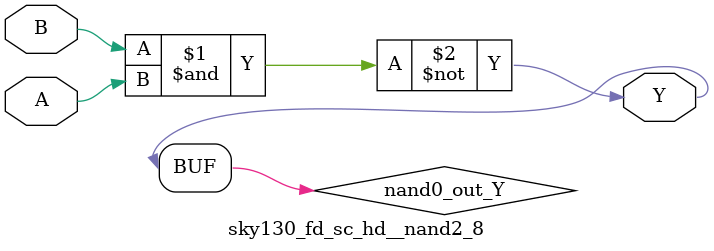
<source format=v>
/*
 * Copyright 2020 The SkyWater PDK Authors
 *
 * Licensed under the Apache License, Version 2.0 (the "License");
 * you may not use this file except in compliance with the License.
 * You may obtain a copy of the License at
 *
 *     https://www.apache.org/licenses/LICENSE-2.0
 *
 * Unless required by applicable law or agreed to in writing, software
 * distributed under the License is distributed on an "AS IS" BASIS,
 * WITHOUT WARRANTIES OR CONDITIONS OF ANY KIND, either express or implied.
 * See the License for the specific language governing permissions and
 * limitations under the License.
 *
 * SPDX-License-Identifier: Apache-2.0
*/


`ifndef SKY130_FD_SC_HD__NAND2_8_FUNCTIONAL_V
`define SKY130_FD_SC_HD__NAND2_8_FUNCTIONAL_V

/**
 * nand2: 2-input NAND.
 *
 * Verilog simulation functional model.
 */

`timescale 1ns / 1ps
`default_nettype none

`celldefine
module sky130_fd_sc_hd__nand2_8 (
    Y,
    A,
    B
);

    // Module ports
    output Y;
    input  A;
    input  B;

    // Local signals
    wire nand0_out_Y;

    //   Name   Output       Other arguments
    nand nand0 (nand0_out_Y, B, A           );
    buf  buf0  (Y          , nand0_out_Y    );

endmodule
`endcelldefine

`default_nettype wire
`endif  // SKY130_FD_SC_HD__NAND2_8_FUNCTIONAL_V

</source>
